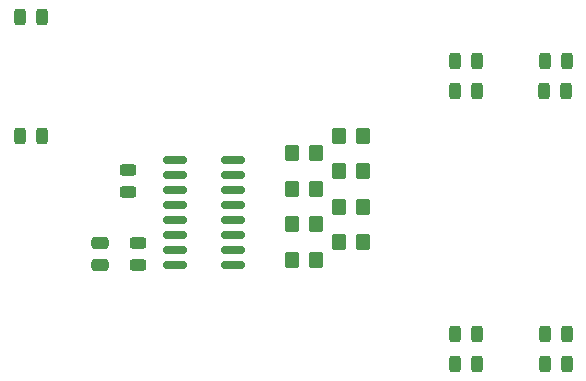
<source format=gbr>
%TF.GenerationSoftware,KiCad,Pcbnew,(5.99.0-8139-gd24b034cbc)*%
%TF.CreationDate,2021-01-06T10:54:56+00:00*%
%TF.ProjectId,neon,6e656f6e-2e6b-4696-9361-645f70636258,1.0*%
%TF.SameCoordinates,Original*%
%TF.FileFunction,Paste,Top*%
%TF.FilePolarity,Positive*%
%FSLAX46Y46*%
G04 Gerber Fmt 4.6, Leading zero omitted, Abs format (unit mm)*
G04 Created by KiCad (PCBNEW (5.99.0-8139-gd24b034cbc)) date 2021-01-06 10:54:56*
%MOMM*%
%LPD*%
G01*
G04 APERTURE LIST*
G04 Aperture macros list*
%AMRoundRect*
0 Rectangle with rounded corners*
0 $1 Rounding radius*
0 $2 $3 $4 $5 $6 $7 $8 $9 X,Y pos of 4 corners*
0 Add a 4 corners polygon primitive as box body*
4,1,4,$2,$3,$4,$5,$6,$7,$8,$9,$2,$3,0*
0 Add four circle primitives for the rounded corners*
1,1,$1+$1,$2,$3,0*
1,1,$1+$1,$4,$5,0*
1,1,$1+$1,$6,$7,0*
1,1,$1+$1,$8,$9,0*
0 Add four rect primitives between the rounded corners*
20,1,$1+$1,$2,$3,$4,$5,0*
20,1,$1+$1,$4,$5,$6,$7,0*
20,1,$1+$1,$6,$7,$8,$9,0*
20,1,$1+$1,$8,$9,$2,$3,0*%
G04 Aperture macros list end*
%ADD10RoundRect,0.243750X0.243750X0.456250X-0.243750X0.456250X-0.243750X-0.456250X0.243750X-0.456250X0*%
%ADD11RoundRect,0.243750X0.456250X-0.243750X0.456250X0.243750X-0.456250X0.243750X-0.456250X-0.243750X0*%
%ADD12RoundRect,0.150000X0.825000X0.150000X-0.825000X0.150000X-0.825000X-0.150000X0.825000X-0.150000X0*%
%ADD13RoundRect,0.250000X0.350000X0.450000X-0.350000X0.450000X-0.350000X-0.450000X0.350000X-0.450000X0*%
%ADD14RoundRect,0.250000X0.475000X-0.250000X0.475000X0.250000X-0.475000X0.250000X-0.475000X-0.250000X0*%
G04 APERTURE END LIST*
D10*
%TO.C,D1*%
X157147500Y-117729000D03*
X155272500Y-117729000D03*
%TD*%
%TO.C,D2*%
X157147500Y-115189000D03*
X155272500Y-115189000D03*
%TD*%
%TO.C,D4*%
X164767500Y-115189000D03*
X162892500Y-115189000D03*
%TD*%
%TO.C,D5*%
X164720500Y-94615000D03*
X162845500Y-94615000D03*
%TD*%
%TO.C,D6*%
X164767500Y-92075000D03*
X162892500Y-92075000D03*
%TD*%
%TO.C,D7*%
X157147500Y-94615000D03*
X155272500Y-94615000D03*
%TD*%
%TO.C,D8*%
X157147500Y-92075000D03*
X155272500Y-92075000D03*
%TD*%
D11*
%TO.C,R1*%
X127635000Y-103172500D03*
X127635000Y-101297500D03*
%TD*%
D12*
%TO.C,U6*%
X136525000Y-109347000D03*
X136525000Y-108077000D03*
X136525000Y-106807000D03*
X136525000Y-105537000D03*
X136525000Y-104267000D03*
X136525000Y-102997000D03*
X136525000Y-101727000D03*
X136525000Y-100457000D03*
X131575000Y-100457000D03*
X131575000Y-101727000D03*
X131575000Y-102997000D03*
X131575000Y-104267000D03*
X131575000Y-105537000D03*
X131575000Y-106807000D03*
X131575000Y-108077000D03*
X131575000Y-109347000D03*
%TD*%
D10*
%TO.C,D3*%
X164767500Y-117729000D03*
X162892500Y-117729000D03*
%TD*%
D11*
%TO.C,C1*%
X128490000Y-109367500D03*
X128490000Y-107492500D03*
%TD*%
D10*
%TO.C,D9*%
X120317500Y-88392000D03*
X118442500Y-88392000D03*
%TD*%
%TO.C,R2*%
X120317500Y-98425000D03*
X118442500Y-98425000D03*
%TD*%
D13*
%TO.C,R7*%
X143490000Y-102930000D03*
X141490000Y-102930000D03*
%TD*%
%TO.C,R3*%
X143490000Y-108930000D03*
X141490000Y-108930000D03*
%TD*%
%TO.C,R5*%
X143490000Y-105930000D03*
X141490000Y-105930000D03*
%TD*%
%TO.C,R4*%
X147490000Y-107430000D03*
X145490000Y-107430000D03*
%TD*%
%TO.C,R6*%
X147490000Y-104430000D03*
X145490000Y-104430000D03*
%TD*%
%TO.C,R9*%
X143490000Y-99930000D03*
X141490000Y-99930000D03*
%TD*%
%TO.C,R10*%
X147490000Y-98430000D03*
X145490000Y-98430000D03*
%TD*%
%TO.C,R8*%
X147490000Y-101430000D03*
X145490000Y-101430000D03*
%TD*%
D14*
%TO.C,C2*%
X125240000Y-109380000D03*
X125240000Y-107480000D03*
%TD*%
M02*

</source>
